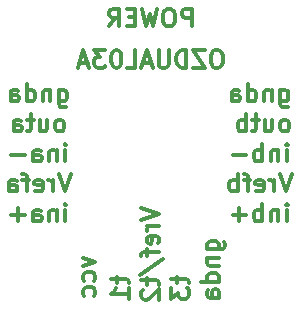
<source format=gbr>
G04 #@! TF.FileFunction,Legend,Bot*
%FSLAX46Y46*%
G04 Gerber Fmt 4.6, Leading zero omitted, Abs format (unit mm)*
G04 Created by KiCad (PCBNEW 4.0.2+dfsg1-2~bpo8+1-stable) date Thu 21 Jul 2016 06:57:22 PM CEST*
%MOMM*%
G01*
G04 APERTURE LIST*
%ADD10C,0.100000*%
%ADD11C,0.300000*%
G04 APERTURE END LIST*
D10*
D11*
X153034285Y-87761071D02*
X152748571Y-87761071D01*
X152605713Y-87832500D01*
X152462856Y-87975357D01*
X152391428Y-88261071D01*
X152391428Y-88761071D01*
X152462856Y-89046786D01*
X152605713Y-89189643D01*
X152748571Y-89261071D01*
X153034285Y-89261071D01*
X153177142Y-89189643D01*
X153319999Y-89046786D01*
X153391428Y-88761071D01*
X153391428Y-88261071D01*
X153319999Y-87975357D01*
X153177142Y-87832500D01*
X153034285Y-87761071D01*
X151891427Y-87761071D02*
X150891427Y-87761071D01*
X151891427Y-89261071D01*
X150891427Y-89261071D01*
X150319999Y-89261071D02*
X150319999Y-87761071D01*
X149962856Y-87761071D01*
X149748571Y-87832500D01*
X149605713Y-87975357D01*
X149534285Y-88118214D01*
X149462856Y-88403929D01*
X149462856Y-88618214D01*
X149534285Y-88903929D01*
X149605713Y-89046786D01*
X149748571Y-89189643D01*
X149962856Y-89261071D01*
X150319999Y-89261071D01*
X148819999Y-87761071D02*
X148819999Y-88975357D01*
X148748571Y-89118214D01*
X148677142Y-89189643D01*
X148534285Y-89261071D01*
X148248571Y-89261071D01*
X148105713Y-89189643D01*
X148034285Y-89118214D01*
X147962856Y-88975357D01*
X147962856Y-87761071D01*
X147319999Y-88832500D02*
X146605713Y-88832500D01*
X147462856Y-89261071D02*
X146962856Y-87761071D01*
X146462856Y-89261071D01*
X145248570Y-89261071D02*
X145962856Y-89261071D01*
X145962856Y-87761071D01*
X144462856Y-87761071D02*
X144319999Y-87761071D01*
X144177142Y-87832500D01*
X144105713Y-87903929D01*
X144034284Y-88046786D01*
X143962856Y-88332500D01*
X143962856Y-88689643D01*
X144034284Y-88975357D01*
X144105713Y-89118214D01*
X144177142Y-89189643D01*
X144319999Y-89261071D01*
X144462856Y-89261071D01*
X144605713Y-89189643D01*
X144677142Y-89118214D01*
X144748570Y-88975357D01*
X144819999Y-88689643D01*
X144819999Y-88332500D01*
X144748570Y-88046786D01*
X144677142Y-87903929D01*
X144605713Y-87832500D01*
X144462856Y-87761071D01*
X143462856Y-87761071D02*
X142534285Y-87761071D01*
X143034285Y-88332500D01*
X142819999Y-88332500D01*
X142677142Y-88403929D01*
X142605713Y-88475357D01*
X142534285Y-88618214D01*
X142534285Y-88975357D01*
X142605713Y-89118214D01*
X142677142Y-89189643D01*
X142819999Y-89261071D01*
X143248571Y-89261071D01*
X143391428Y-89189643D01*
X143462856Y-89118214D01*
X141962857Y-88832500D02*
X141248571Y-88832500D01*
X142105714Y-89261071D02*
X141605714Y-87761071D01*
X141105714Y-89261071D01*
X141601071Y-105354644D02*
X142601071Y-105711787D01*
X141601071Y-106068929D01*
X142529643Y-107283215D02*
X142601071Y-107140358D01*
X142601071Y-106854644D01*
X142529643Y-106711786D01*
X142458214Y-106640358D01*
X142315357Y-106568929D01*
X141886786Y-106568929D01*
X141743929Y-106640358D01*
X141672500Y-106711786D01*
X141601071Y-106854644D01*
X141601071Y-107140358D01*
X141672500Y-107283215D01*
X142529643Y-108568929D02*
X142601071Y-108426072D01*
X142601071Y-108140358D01*
X142529643Y-107997500D01*
X142458214Y-107926072D01*
X142315357Y-107854643D01*
X141886786Y-107854643D01*
X141743929Y-107926072D01*
X141672500Y-107997500D01*
X141601071Y-108140358D01*
X141601071Y-108426072D01*
X141672500Y-108568929D01*
X152078571Y-104648214D02*
X153292857Y-104648214D01*
X153435714Y-104576785D01*
X153507143Y-104505357D01*
X153578571Y-104362500D01*
X153578571Y-104148214D01*
X153507143Y-104005357D01*
X153007143Y-104648214D02*
X153078571Y-104505357D01*
X153078571Y-104219643D01*
X153007143Y-104076785D01*
X152935714Y-104005357D01*
X152792857Y-103933928D01*
X152364286Y-103933928D01*
X152221429Y-104005357D01*
X152150000Y-104076785D01*
X152078571Y-104219643D01*
X152078571Y-104505357D01*
X152150000Y-104648214D01*
X152078571Y-105362500D02*
X153078571Y-105362500D01*
X152221429Y-105362500D02*
X152150000Y-105433928D01*
X152078571Y-105576786D01*
X152078571Y-105791071D01*
X152150000Y-105933928D01*
X152292857Y-106005357D01*
X153078571Y-106005357D01*
X153078571Y-107362500D02*
X151578571Y-107362500D01*
X153007143Y-107362500D02*
X153078571Y-107219643D01*
X153078571Y-106933929D01*
X153007143Y-106791071D01*
X152935714Y-106719643D01*
X152792857Y-106648214D01*
X152364286Y-106648214D01*
X152221429Y-106719643D01*
X152150000Y-106791071D01*
X152078571Y-106933929D01*
X152078571Y-107219643D01*
X152150000Y-107362500D01*
X153078571Y-108719643D02*
X152292857Y-108719643D01*
X152150000Y-108648214D01*
X152078571Y-108505357D01*
X152078571Y-108219643D01*
X152150000Y-108076786D01*
X153007143Y-108719643D02*
X153078571Y-108576786D01*
X153078571Y-108219643D01*
X153007143Y-108076786D01*
X152864286Y-108005357D01*
X152721429Y-108005357D01*
X152578571Y-108076786D01*
X152507143Y-108219643D01*
X152507143Y-108576786D01*
X152435714Y-108719643D01*
X149538571Y-106950000D02*
X149538571Y-107521429D01*
X149038571Y-107164286D02*
X150324286Y-107164286D01*
X150467143Y-107235714D01*
X150538571Y-107378572D01*
X150538571Y-107521429D01*
X149038571Y-107878572D02*
X149038571Y-108807143D01*
X149610000Y-108307143D01*
X149610000Y-108521429D01*
X149681429Y-108664286D01*
X149752857Y-108735715D01*
X149895714Y-108807143D01*
X150252857Y-108807143D01*
X150395714Y-108735715D01*
X150467143Y-108664286D01*
X150538571Y-108521429D01*
X150538571Y-108092857D01*
X150467143Y-107950000D01*
X150395714Y-107878572D01*
X146498571Y-101128215D02*
X147998571Y-101628215D01*
X146498571Y-102128215D01*
X147998571Y-102628215D02*
X146998571Y-102628215D01*
X147284286Y-102628215D02*
X147141429Y-102699643D01*
X147070000Y-102771072D01*
X146998571Y-102913929D01*
X146998571Y-103056786D01*
X147927143Y-104128214D02*
X147998571Y-103985357D01*
X147998571Y-103699643D01*
X147927143Y-103556786D01*
X147784286Y-103485357D01*
X147212857Y-103485357D01*
X147070000Y-103556786D01*
X146998571Y-103699643D01*
X146998571Y-103985357D01*
X147070000Y-104128214D01*
X147212857Y-104199643D01*
X147355714Y-104199643D01*
X147498571Y-103485357D01*
X146998571Y-104628214D02*
X146998571Y-105199643D01*
X147998571Y-104842500D02*
X146712857Y-104842500D01*
X146570000Y-104913928D01*
X146498571Y-105056786D01*
X146498571Y-105199643D01*
X146427143Y-106771071D02*
X148355714Y-105485357D01*
X146998571Y-107056786D02*
X146998571Y-107628215D01*
X146498571Y-107271072D02*
X147784286Y-107271072D01*
X147927143Y-107342500D01*
X147998571Y-107485358D01*
X147998571Y-107628215D01*
X146641429Y-108056786D02*
X146570000Y-108128215D01*
X146498571Y-108271072D01*
X146498571Y-108628215D01*
X146570000Y-108771072D01*
X146641429Y-108842501D01*
X146784286Y-108913929D01*
X146927143Y-108913929D01*
X147141429Y-108842501D01*
X147998571Y-107985358D01*
X147998571Y-108913929D01*
X144458571Y-106950000D02*
X144458571Y-107521429D01*
X143958571Y-107164286D02*
X145244286Y-107164286D01*
X145387143Y-107235714D01*
X145458571Y-107378572D01*
X145458571Y-107521429D01*
X145458571Y-108807143D02*
X145458571Y-107950000D01*
X145458571Y-108378572D02*
X143958571Y-108378572D01*
X144172857Y-108235715D01*
X144315714Y-108092857D01*
X144387143Y-107950000D01*
X150784286Y-85768571D02*
X150784286Y-84268571D01*
X150212858Y-84268571D01*
X150070000Y-84340000D01*
X149998572Y-84411429D01*
X149927143Y-84554286D01*
X149927143Y-84768571D01*
X149998572Y-84911429D01*
X150070000Y-84982857D01*
X150212858Y-85054286D01*
X150784286Y-85054286D01*
X148998572Y-84268571D02*
X148712858Y-84268571D01*
X148570000Y-84340000D01*
X148427143Y-84482857D01*
X148355715Y-84768571D01*
X148355715Y-85268571D01*
X148427143Y-85554286D01*
X148570000Y-85697143D01*
X148712858Y-85768571D01*
X148998572Y-85768571D01*
X149141429Y-85697143D01*
X149284286Y-85554286D01*
X149355715Y-85268571D01*
X149355715Y-84768571D01*
X149284286Y-84482857D01*
X149141429Y-84340000D01*
X148998572Y-84268571D01*
X147855714Y-84268571D02*
X147498571Y-85768571D01*
X147212857Y-84697143D01*
X146927143Y-85768571D01*
X146570000Y-84268571D01*
X145998571Y-84982857D02*
X145498571Y-84982857D01*
X145284285Y-85768571D02*
X145998571Y-85768571D01*
X145998571Y-84268571D01*
X145284285Y-84268571D01*
X143784285Y-85768571D02*
X144284285Y-85054286D01*
X144641428Y-85768571D02*
X144641428Y-84268571D01*
X144070000Y-84268571D01*
X143927142Y-84340000D01*
X143855714Y-84411429D01*
X143784285Y-84554286D01*
X143784285Y-84768571D01*
X143855714Y-84911429D01*
X143927142Y-84982857D01*
X144070000Y-85054286D01*
X144641428Y-85054286D01*
X158813214Y-102278571D02*
X158813214Y-101278571D01*
X158813214Y-100778571D02*
X158884643Y-100850000D01*
X158813214Y-100921429D01*
X158741786Y-100850000D01*
X158813214Y-100778571D01*
X158813214Y-100921429D01*
X158098928Y-101278571D02*
X158098928Y-102278571D01*
X158098928Y-101421429D02*
X158027500Y-101350000D01*
X157884642Y-101278571D01*
X157670357Y-101278571D01*
X157527500Y-101350000D01*
X157456071Y-101492857D01*
X157456071Y-102278571D01*
X156741785Y-102278571D02*
X156741785Y-100778571D01*
X156741785Y-101350000D02*
X156598928Y-101278571D01*
X156313214Y-101278571D01*
X156170357Y-101350000D01*
X156098928Y-101421429D01*
X156027499Y-101564286D01*
X156027499Y-101992857D01*
X156098928Y-102135714D01*
X156170357Y-102207143D01*
X156313214Y-102278571D01*
X156598928Y-102278571D01*
X156741785Y-102207143D01*
X155384642Y-101707143D02*
X154241785Y-101707143D01*
X154813214Y-102278571D02*
X154813214Y-101135714D01*
X159241785Y-98238571D02*
X158741785Y-99738571D01*
X158241785Y-98238571D01*
X157741785Y-99738571D02*
X157741785Y-98738571D01*
X157741785Y-99024286D02*
X157670357Y-98881429D01*
X157598928Y-98810000D01*
X157456071Y-98738571D01*
X157313214Y-98738571D01*
X156241786Y-99667143D02*
X156384643Y-99738571D01*
X156670357Y-99738571D01*
X156813214Y-99667143D01*
X156884643Y-99524286D01*
X156884643Y-98952857D01*
X156813214Y-98810000D01*
X156670357Y-98738571D01*
X156384643Y-98738571D01*
X156241786Y-98810000D01*
X156170357Y-98952857D01*
X156170357Y-99095714D01*
X156884643Y-99238571D01*
X155741786Y-98738571D02*
X155170357Y-98738571D01*
X155527500Y-99738571D02*
X155527500Y-98452857D01*
X155456072Y-98310000D01*
X155313214Y-98238571D01*
X155170357Y-98238571D01*
X154670357Y-99738571D02*
X154670357Y-98238571D01*
X154670357Y-98810000D02*
X154527500Y-98738571D01*
X154241786Y-98738571D01*
X154098929Y-98810000D01*
X154027500Y-98881429D01*
X153956071Y-99024286D01*
X153956071Y-99452857D01*
X154027500Y-99595714D01*
X154098929Y-99667143D01*
X154241786Y-99738571D01*
X154527500Y-99738571D01*
X154670357Y-99667143D01*
X158813214Y-97198571D02*
X158813214Y-96198571D01*
X158813214Y-95698571D02*
X158884643Y-95770000D01*
X158813214Y-95841429D01*
X158741786Y-95770000D01*
X158813214Y-95698571D01*
X158813214Y-95841429D01*
X158098928Y-96198571D02*
X158098928Y-97198571D01*
X158098928Y-96341429D02*
X158027500Y-96270000D01*
X157884642Y-96198571D01*
X157670357Y-96198571D01*
X157527500Y-96270000D01*
X157456071Y-96412857D01*
X157456071Y-97198571D01*
X156741785Y-97198571D02*
X156741785Y-95698571D01*
X156741785Y-96270000D02*
X156598928Y-96198571D01*
X156313214Y-96198571D01*
X156170357Y-96270000D01*
X156098928Y-96341429D01*
X156027499Y-96484286D01*
X156027499Y-96912857D01*
X156098928Y-97055714D01*
X156170357Y-97127143D01*
X156313214Y-97198571D01*
X156598928Y-97198571D01*
X156741785Y-97127143D01*
X155384642Y-96627143D02*
X154241785Y-96627143D01*
X158737857Y-94658571D02*
X158880715Y-94587143D01*
X158952143Y-94515714D01*
X159023572Y-94372857D01*
X159023572Y-93944286D01*
X158952143Y-93801429D01*
X158880715Y-93730000D01*
X158737857Y-93658571D01*
X158523572Y-93658571D01*
X158380715Y-93730000D01*
X158309286Y-93801429D01*
X158237857Y-93944286D01*
X158237857Y-94372857D01*
X158309286Y-94515714D01*
X158380715Y-94587143D01*
X158523572Y-94658571D01*
X158737857Y-94658571D01*
X156952143Y-93658571D02*
X156952143Y-94658571D01*
X157595000Y-93658571D02*
X157595000Y-94444286D01*
X157523572Y-94587143D01*
X157380714Y-94658571D01*
X157166429Y-94658571D01*
X157023572Y-94587143D01*
X156952143Y-94515714D01*
X156452143Y-93658571D02*
X155880714Y-93658571D01*
X156237857Y-93158571D02*
X156237857Y-94444286D01*
X156166429Y-94587143D01*
X156023571Y-94658571D01*
X155880714Y-94658571D01*
X155380714Y-94658571D02*
X155380714Y-93158571D01*
X155380714Y-93730000D02*
X155237857Y-93658571D01*
X154952143Y-93658571D01*
X154809286Y-93730000D01*
X154737857Y-93801429D01*
X154666428Y-93944286D01*
X154666428Y-94372857D01*
X154737857Y-94515714D01*
X154809286Y-94587143D01*
X154952143Y-94658571D01*
X155237857Y-94658571D01*
X155380714Y-94587143D01*
X158241786Y-91118571D02*
X158241786Y-92332857D01*
X158313215Y-92475714D01*
X158384643Y-92547143D01*
X158527500Y-92618571D01*
X158741786Y-92618571D01*
X158884643Y-92547143D01*
X158241786Y-92047143D02*
X158384643Y-92118571D01*
X158670357Y-92118571D01*
X158813215Y-92047143D01*
X158884643Y-91975714D01*
X158956072Y-91832857D01*
X158956072Y-91404286D01*
X158884643Y-91261429D01*
X158813215Y-91190000D01*
X158670357Y-91118571D01*
X158384643Y-91118571D01*
X158241786Y-91190000D01*
X157527500Y-91118571D02*
X157527500Y-92118571D01*
X157527500Y-91261429D02*
X157456072Y-91190000D01*
X157313214Y-91118571D01*
X157098929Y-91118571D01*
X156956072Y-91190000D01*
X156884643Y-91332857D01*
X156884643Y-92118571D01*
X155527500Y-92118571D02*
X155527500Y-90618571D01*
X155527500Y-92047143D02*
X155670357Y-92118571D01*
X155956071Y-92118571D01*
X156098929Y-92047143D01*
X156170357Y-91975714D01*
X156241786Y-91832857D01*
X156241786Y-91404286D01*
X156170357Y-91261429D01*
X156098929Y-91190000D01*
X155956071Y-91118571D01*
X155670357Y-91118571D01*
X155527500Y-91190000D01*
X154170357Y-92118571D02*
X154170357Y-91332857D01*
X154241786Y-91190000D01*
X154384643Y-91118571D01*
X154670357Y-91118571D01*
X154813214Y-91190000D01*
X154170357Y-92047143D02*
X154313214Y-92118571D01*
X154670357Y-92118571D01*
X154813214Y-92047143D01*
X154884643Y-91904286D01*
X154884643Y-91761429D01*
X154813214Y-91618571D01*
X154670357Y-91547143D01*
X154313214Y-91547143D01*
X154170357Y-91475714D01*
X140080714Y-102278571D02*
X140080714Y-101278571D01*
X140080714Y-100778571D02*
X140152143Y-100850000D01*
X140080714Y-100921429D01*
X140009286Y-100850000D01*
X140080714Y-100778571D01*
X140080714Y-100921429D01*
X139366428Y-101278571D02*
X139366428Y-102278571D01*
X139366428Y-101421429D02*
X139295000Y-101350000D01*
X139152142Y-101278571D01*
X138937857Y-101278571D01*
X138795000Y-101350000D01*
X138723571Y-101492857D01*
X138723571Y-102278571D01*
X137366428Y-102278571D02*
X137366428Y-101492857D01*
X137437857Y-101350000D01*
X137580714Y-101278571D01*
X137866428Y-101278571D01*
X138009285Y-101350000D01*
X137366428Y-102207143D02*
X137509285Y-102278571D01*
X137866428Y-102278571D01*
X138009285Y-102207143D01*
X138080714Y-102064286D01*
X138080714Y-101921429D01*
X138009285Y-101778571D01*
X137866428Y-101707143D01*
X137509285Y-101707143D01*
X137366428Y-101635714D01*
X136652142Y-101707143D02*
X135509285Y-101707143D01*
X136080714Y-102278571D02*
X136080714Y-101135714D01*
X140509285Y-98238571D02*
X140009285Y-99738571D01*
X139509285Y-98238571D01*
X139009285Y-99738571D02*
X139009285Y-98738571D01*
X139009285Y-99024286D02*
X138937857Y-98881429D01*
X138866428Y-98810000D01*
X138723571Y-98738571D01*
X138580714Y-98738571D01*
X137509286Y-99667143D02*
X137652143Y-99738571D01*
X137937857Y-99738571D01*
X138080714Y-99667143D01*
X138152143Y-99524286D01*
X138152143Y-98952857D01*
X138080714Y-98810000D01*
X137937857Y-98738571D01*
X137652143Y-98738571D01*
X137509286Y-98810000D01*
X137437857Y-98952857D01*
X137437857Y-99095714D01*
X138152143Y-99238571D01*
X137009286Y-98738571D02*
X136437857Y-98738571D01*
X136795000Y-99738571D02*
X136795000Y-98452857D01*
X136723572Y-98310000D01*
X136580714Y-98238571D01*
X136437857Y-98238571D01*
X135295000Y-99738571D02*
X135295000Y-98952857D01*
X135366429Y-98810000D01*
X135509286Y-98738571D01*
X135795000Y-98738571D01*
X135937857Y-98810000D01*
X135295000Y-99667143D02*
X135437857Y-99738571D01*
X135795000Y-99738571D01*
X135937857Y-99667143D01*
X136009286Y-99524286D01*
X136009286Y-99381429D01*
X135937857Y-99238571D01*
X135795000Y-99167143D01*
X135437857Y-99167143D01*
X135295000Y-99095714D01*
X140080714Y-97198571D02*
X140080714Y-96198571D01*
X140080714Y-95698571D02*
X140152143Y-95770000D01*
X140080714Y-95841429D01*
X140009286Y-95770000D01*
X140080714Y-95698571D01*
X140080714Y-95841429D01*
X139366428Y-96198571D02*
X139366428Y-97198571D01*
X139366428Y-96341429D02*
X139295000Y-96270000D01*
X139152142Y-96198571D01*
X138937857Y-96198571D01*
X138795000Y-96270000D01*
X138723571Y-96412857D01*
X138723571Y-97198571D01*
X137366428Y-97198571D02*
X137366428Y-96412857D01*
X137437857Y-96270000D01*
X137580714Y-96198571D01*
X137866428Y-96198571D01*
X138009285Y-96270000D01*
X137366428Y-97127143D02*
X137509285Y-97198571D01*
X137866428Y-97198571D01*
X138009285Y-97127143D01*
X138080714Y-96984286D01*
X138080714Y-96841429D01*
X138009285Y-96698571D01*
X137866428Y-96627143D01*
X137509285Y-96627143D01*
X137366428Y-96555714D01*
X136652142Y-96627143D02*
X135509285Y-96627143D01*
X139687857Y-94658571D02*
X139830715Y-94587143D01*
X139902143Y-94515714D01*
X139973572Y-94372857D01*
X139973572Y-93944286D01*
X139902143Y-93801429D01*
X139830715Y-93730000D01*
X139687857Y-93658571D01*
X139473572Y-93658571D01*
X139330715Y-93730000D01*
X139259286Y-93801429D01*
X139187857Y-93944286D01*
X139187857Y-94372857D01*
X139259286Y-94515714D01*
X139330715Y-94587143D01*
X139473572Y-94658571D01*
X139687857Y-94658571D01*
X137902143Y-93658571D02*
X137902143Y-94658571D01*
X138545000Y-93658571D02*
X138545000Y-94444286D01*
X138473572Y-94587143D01*
X138330714Y-94658571D01*
X138116429Y-94658571D01*
X137973572Y-94587143D01*
X137902143Y-94515714D01*
X137402143Y-93658571D02*
X136830714Y-93658571D01*
X137187857Y-93158571D02*
X137187857Y-94444286D01*
X137116429Y-94587143D01*
X136973571Y-94658571D01*
X136830714Y-94658571D01*
X135687857Y-94658571D02*
X135687857Y-93872857D01*
X135759286Y-93730000D01*
X135902143Y-93658571D01*
X136187857Y-93658571D01*
X136330714Y-93730000D01*
X135687857Y-94587143D02*
X135830714Y-94658571D01*
X136187857Y-94658571D01*
X136330714Y-94587143D01*
X136402143Y-94444286D01*
X136402143Y-94301429D01*
X136330714Y-94158571D01*
X136187857Y-94087143D01*
X135830714Y-94087143D01*
X135687857Y-94015714D01*
X139509286Y-91118571D02*
X139509286Y-92332857D01*
X139580715Y-92475714D01*
X139652143Y-92547143D01*
X139795000Y-92618571D01*
X140009286Y-92618571D01*
X140152143Y-92547143D01*
X139509286Y-92047143D02*
X139652143Y-92118571D01*
X139937857Y-92118571D01*
X140080715Y-92047143D01*
X140152143Y-91975714D01*
X140223572Y-91832857D01*
X140223572Y-91404286D01*
X140152143Y-91261429D01*
X140080715Y-91190000D01*
X139937857Y-91118571D01*
X139652143Y-91118571D01*
X139509286Y-91190000D01*
X138795000Y-91118571D02*
X138795000Y-92118571D01*
X138795000Y-91261429D02*
X138723572Y-91190000D01*
X138580714Y-91118571D01*
X138366429Y-91118571D01*
X138223572Y-91190000D01*
X138152143Y-91332857D01*
X138152143Y-92118571D01*
X136795000Y-92118571D02*
X136795000Y-90618571D01*
X136795000Y-92047143D02*
X136937857Y-92118571D01*
X137223571Y-92118571D01*
X137366429Y-92047143D01*
X137437857Y-91975714D01*
X137509286Y-91832857D01*
X137509286Y-91404286D01*
X137437857Y-91261429D01*
X137366429Y-91190000D01*
X137223571Y-91118571D01*
X136937857Y-91118571D01*
X136795000Y-91190000D01*
X135437857Y-92118571D02*
X135437857Y-91332857D01*
X135509286Y-91190000D01*
X135652143Y-91118571D01*
X135937857Y-91118571D01*
X136080714Y-91190000D01*
X135437857Y-92047143D02*
X135580714Y-92118571D01*
X135937857Y-92118571D01*
X136080714Y-92047143D01*
X136152143Y-91904286D01*
X136152143Y-91761429D01*
X136080714Y-91618571D01*
X135937857Y-91547143D01*
X135580714Y-91547143D01*
X135437857Y-91475714D01*
M02*

</source>
